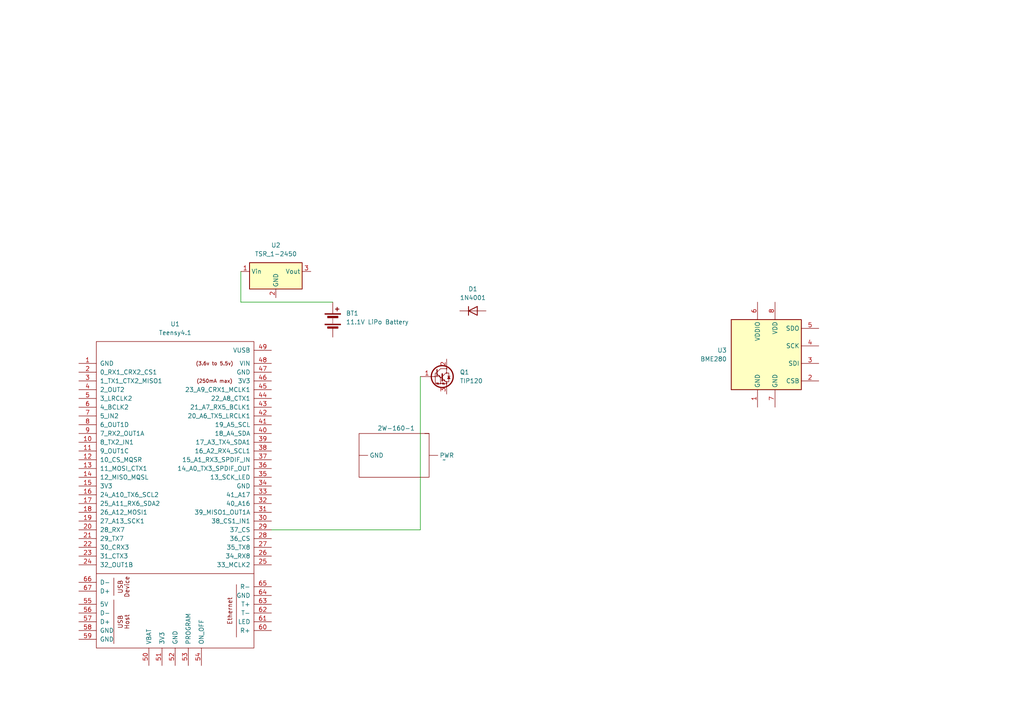
<source format=kicad_sch>
(kicad_sch (version 20231120) (generator "eeschema") (generator_version "8.0")
  (paper "A4")
  (lib_symbols
    (symbol "2W-160-15_1"
      (property "Reference" "2W-160-15" (at 6.096 18.288 0))
      (symbol "2W-160-15_1_0_1"
        (rectangle (start -10.16 13.97) (end 10.16 1.27))
        (rectangle (start 10.16 13.97) (end 8.89 13.97))
      )
      (symbol "2W-160-15_1_1_1"
        (pin power_out line (at -10.16 7.62 0) (length 2.54) (name "GND") (number ""))
        (pin power_in line (at 10.16 7.62 0) (length 2.54) (name "PWR") (number ""))
      )
    )
    (symbol "Device:Battery" (pin_numbers hide) (pin_names (offset 0) hide)
      (property "Reference" "BT" (at 2.54 2.54 0))
      (property "Value" "Battery" (at 2.54 0 0))
      (symbol "Battery_0_1"
        (rectangle (start -2.286 -1.27) (end 2.286 -1.524) (fill (type outline)))
        (rectangle (start -2.286 1.778) (end 2.286 1.524) (fill (type outline)))
        (rectangle (start -1.524 -2.032) (end 1.524 -2.54) (fill (type outline)))
        (rectangle (start -1.524 1.016) (end 1.524 0.508) (fill (type outline)))
        (polyline (pts (xy 0 -1.016) (xy 0 -0.762)))
        (polyline (pts (xy 0 -0.508) (xy 0 -0.254)))
        (polyline (pts (xy 0 0) (xy 0 0.254)))
        (polyline (pts (xy 0 1.778) (xy 0 2.54)))
        (polyline (pts (xy 0.762 3.048) (xy 1.778 3.048)) (stroke (width 0.254)))
        (polyline (pts (xy 1.27 3.556) (xy 1.27 2.54)) (stroke (width 0.254)))
      )
      (symbol "Battery_1_1"
        (pin passive line (at 0 5.08 270) (length 2.54) (name "+") (number "1"))
        (pin passive line (at 0 -5.08 90) (length 2.54) (name "-") (number "2"))
      )
    )
    (symbol "Diode:1N4001" (pin_numbers hide) (pin_names hide)
      (property "Reference" "D" (at 0 2.54 0))
      (property "Value" "1N4001" (at 0 -2.54 0))
      (symbol "1N4001_0_1"
        (polyline (pts (xy -1.27 1.27) (xy -1.27 -1.27)) (stroke (width 0.254)))
        (polyline (pts (xy 1.27 0) (xy -1.27 0)))
        (polyline (pts (xy 1.27 1.27) (xy 1.27 -1.27) (xy -1.27 0) (xy 1.27 1.27)) (stroke (width 0.254)))
      )
      (symbol "1N4001_1_1"
        (pin passive line (at -3.81 0 0) (length 2.54) (name "K") (number "1"))
        (pin passive line (at 3.81 0 180) (length 2.54) (name "A") (number "2"))
      )
    )
    (symbol "Regulator_Switching:TSR_1-2450"
      (property "Reference" "U" (at -7.62 6.35 0))
      (property "Value" "TSR_1-2450" (at -1.27 6.35 0))
      (symbol "TSR_1-2450_0_1"
        (rectangle (start -7.62 5.08) (end 7.62 -2.54) (stroke (width 0.254)) (fill (type background)))
      )
      (symbol "TSR_1-2450_1_1"
        (pin power_in line (at -10.16 2.54 0) (length 2.54) (name "Vin") (number "1"))
        (pin power_in line (at 0 -5.08 90) (length 2.54) (name "GND") (number "2"))
        (pin power_out line (at 10.16 2.54 180) (length 2.54) (name "Vout") (number "3"))
      )
    )
    (symbol "Sensor:BME280"
      (property "Reference" "U" (at -8.89 11.43 0))
      (property "Value" "BME280" (at 7.62 11.43 0))
      (symbol "BME280_0_1"
        (rectangle (start -10.16 10.16) (end 10.16 -10.16) (stroke (width 0.254)) (fill (type background)))
      )
      (symbol "BME280_1_1"
        (pin power_in line (at -2.54 -15.24 90) (length 5.08) (name "GND") (number "1"))
        (pin input line (at 15.24 -7.62 180) (length 5.08) (name "CSB") (number "2"))
        (pin bidirectional line (at 15.24 -2.54 180) (length 5.08) (name "SDI") (number "3"))
        (pin input line (at 15.24 2.54 180) (length 5.08) (name "SCK") (number "4"))
        (pin bidirectional line (at 15.24 7.62 180) (length 5.08) (name "SDO") (number "5"))
        (pin power_in line (at -2.54 15.24 270) (length 5.08) (name "VDDIO") (number "6"))
        (pin power_in line (at 2.54 -15.24 90) (length 5.08) (name "GND") (number "7"))
        (pin power_in line (at 2.54 15.24 270) (length 5.08) (name "VDD") (number "8"))
      )
    )
    (symbol "Transistor_BJT:TIP120" (pin_names (offset 0) hide)
      (property "Reference" "Q" (at 5.08 1.905 0))
      (property "Value" "TIP120" (at 5.08 0 0))
      (symbol "TIP120_0_1"
        (circle (center -0.762 0) (radius 0.127))
        (polyline (pts (xy -1.27 0) (xy -0.889 0)))
        (polyline (pts (xy 2.54 -2.032) (xy 2.54 -2.54)))
        (polyline (pts (xy 2.54 -1.524) (xy 3.175 -1.524)))
        (polyline (pts (xy 2.794 0.127) (xy 3.556 0.127)))
        (polyline (pts (xy 3.175 -0.635) (xy 3.175 -1.524)))
        (polyline (pts (xy 3.175 1.016) (xy 2.54 1.016)))
        (polyline (pts (xy 3.175 1.016) (xy 3.175 0.127)))
        (polyline (pts (xy -0.254 0.762) (xy 0.762 -0.254) (xy 1.27 -0.254)))
        (polyline (pts (xy -0.254 1.016) (xy -0.762 1.016) (xy -0.762 -2.032)))
        (polyline (pts (xy -0.254 1.27) (xy 0.762 2.286) (xy 2.54 2.286)))
        (polyline (pts (xy -0.254 2.032) (xy -0.254 0) (xy -0.254 0)) (stroke (width 0.3048)))
        (polyline (pts (xy 1.27 0.762) (xy 1.27 -1.27) (xy 1.27 -1.27)) (stroke (width 0.381)))
        (polyline (pts (xy 0.635 -0.127) (xy 0.381 0.381) (xy 0.127 0.127) (xy 0.635 -0.127)))
        (polyline (pts (xy 1.27 -0.508) (xy 2.286 -1.524) (xy 2.54 -1.524) (xy 2.54 -2.032)))
        (polyline (pts (xy 1.27 0) (xy 2.286 1.016) (xy 2.54 1.016) (xy 2.54 2.286)))
        (polyline (pts (xy 2.159 -1.397) (xy 1.905 -0.889) (xy 1.651 -1.143) (xy 2.159 -1.397)))
        (polyline (pts (xy 3.175 0.127) (xy 2.794 -0.635) (xy 3.556 -0.635) (xy 3.175 0.127)) (fill (type outline)))
        (polyline (pts (xy 0.762 -2.032) (xy 0.381 -2.032) (xy 0.254 -2.286) (xy 0.127 -1.778) (xy 0 -2.286) (xy -0.127 -1.778) (xy -0.254 -2.286) (xy -0.381 -1.778) (xy -0.508 -2.032) (xy -0.762 -2.032)))
        (polyline (pts (xy 0.762 -0.254) (xy 0.762 -2.032) (xy 1.143 -2.032) (xy 1.27 -1.778) (xy 1.397 -2.286) (xy 1.524 -1.778) (xy 1.651 -2.286) (xy 1.778 -1.778) (xy 1.905 -2.286) (xy 2.032 -2.032) (xy 2.54 -2.032)))
        (circle (center 0.762 -2.032) (radius 0.127))
        (circle (center 0.762 -0.254) (radius 0.127))
        (circle (center 1.27 0) (radius 3.175) (stroke (width 0.3556)))
        (circle (center 2.54 -2.032) (radius 0.127))
        (circle (center 2.54 -1.524) (radius 0.127))
        (circle (center 2.54 1.016) (radius 0.127))
        (circle (center 2.54 2.286) (radius 0.127))
      )
      (symbol "TIP120_1_1"
        (pin input line (at -5.08 0 0) (length 3.81) (name "B") (number "1"))
        (pin passive line (at 2.54 5.08 270) (length 2.667) (name "C") (number "2"))
        (pin passive line (at 2.54 -5.08 90) (length 2.54) (name "E") (number "3"))
      )
    )
    (symbol "teensy:Teensy4.1" (pin_names (offset 1.016))
      (property "Reference" "U" (at 0 64.77 0))
      (property "Value" "Teensy4.1" (at 0 62.23 0))
      (symbol "Teensy4.1_0_0"
        (polyline (pts (xy -22.86 -6.35) (xy 22.86 -6.35)))
        (polyline (pts (xy -17.78 -26.67) (xy -17.78 -13.97)))
        (polyline (pts (xy -17.78 -7.62) (xy -17.78 -12.7)))
        (polyline (pts (xy 17.78 -9.525) (xy 17.78 -24.765)))
        (text "(250mA max)" (at 11.43 49.53 0) (effects (font (size 1.016 1.016))))
        (text "(3.6v to 5.5v)" (at 11.43 54.61 0) (effects (font (size 1.016 1.016))))
        (text "Device" (at -13.97 -10.16 900) (effects (font (size 1.27 1.27))))
        (text "Ethernet" (at 15.875 -17.145 900) (effects (font (size 1.27 1.27))))
        (text "Host" (at -13.97 -20.32 900) (effects (font (size 1.27 1.27))))
        (text "USB" (at -15.875 -20.32 900) (effects (font (size 1.27 1.27))))
        (text "USB" (at -15.875 -10.16 900) (effects (font (size 1.27 1.27))))
        (pin bidirectional line (at -27.94 31.75 0) (length 5.08) (name "8_TX2_IN1") (number "10"))
        (pin bidirectional line (at -27.94 29.21 0) (length 5.08) (name "9_OUT1C") (number "11"))
        (pin bidirectional line (at -27.94 26.67 0) (length 5.08) (name "10_CS_MQSR") (number "12"))
        (pin bidirectional line (at -27.94 24.13 0) (length 5.08) (name "11_MOSI_CTX1") (number "13"))
        (pin bidirectional line (at -27.94 21.59 0) (length 5.08) (name "12_MISO_MQSL") (number "14"))
        (pin power_in line (at -27.94 19.05 0) (length 5.08) (name "3V3") (number "15"))
        (pin bidirectional line (at -27.94 16.51 0) (length 5.08) (name "24_A10_TX6_SCL2") (number "16"))
        (pin bidirectional line (at -27.94 13.97 0) (length 5.08) (name "25_A11_RX6_SDA2") (number "17"))
        (pin bidirectional line (at -27.94 11.43 0) (length 5.08) (name "26_A12_MOSI1") (number "18"))
        (pin bidirectional line (at -27.94 8.89 0) (length 5.08) (name "27_A13_SCK1") (number "19"))
        (pin bidirectional line (at -27.94 6.35 0) (length 5.08) (name "28_RX7") (number "20"))
        (pin bidirectional line (at -27.94 3.81 0) (length 5.08) (name "29_TX7") (number "21"))
        (pin bidirectional line (at -27.94 1.27 0) (length 5.08) (name "30_CRX3") (number "22"))
        (pin bidirectional line (at -27.94 -1.27 0) (length 5.08) (name "31_CTX3") (number "23"))
        (pin bidirectional line (at -27.94 -3.81 0) (length 5.08) (name "32_OUT1B") (number "24"))
        (pin bidirectional line (at 27.94 -3.81 180) (length 5.08) (name "33_MCLK2") (number "25"))
        (pin bidirectional line (at 27.94 -1.27 180) (length 5.08) (name "34_RX8") (number "26"))
        (pin bidirectional line (at 27.94 1.27 180) (length 5.08) (name "35_TX8") (number "27"))
        (pin bidirectional line (at 27.94 3.81 180) (length 5.08) (name "36_CS") (number "28"))
        (pin bidirectional line (at 27.94 6.35 180) (length 5.08) (name "37_CS") (number "29"))
        (pin bidirectional line (at 27.94 8.89 180) (length 5.08) (name "38_CS1_IN1") (number "30"))
        (pin bidirectional line (at 27.94 11.43 180) (length 5.08) (name "39_MISO1_OUT1A") (number "31"))
        (pin bidirectional line (at 27.94 13.97 180) (length 5.08) (name "40_A16") (number "32"))
        (pin bidirectional line (at 27.94 16.51 180) (length 5.08) (name "41_A17") (number "33"))
        (pin bidirectional line (at 27.94 21.59 180) (length 5.08) (name "13_SCK_LED") (number "35"))
        (pin bidirectional line (at 27.94 24.13 180) (length 5.08) (name "14_A0_TX3_SPDIF_OUT") (number "36"))
        (pin bidirectional line (at 27.94 26.67 180) (length 5.08) (name "15_A1_RX3_SPDIF_IN") (number "37"))
        (pin bidirectional line (at 27.94 29.21 180) (length 5.08) (name "16_A2_RX4_SCL1") (number "38"))
        (pin bidirectional line (at 27.94 31.75 180) (length 5.08) (name "17_A3_TX4_SDA1") (number "39"))
        (pin bidirectional line (at 27.94 34.29 180) (length 5.08) (name "18_A4_SDA") (number "40"))
        (pin bidirectional line (at 27.94 36.83 180) (length 5.08) (name "19_A5_SCL") (number "41"))
        (pin bidirectional line (at 27.94 39.37 180) (length 5.08) (name "20_A6_TX5_LRCLK1") (number "42"))
        (pin bidirectional line (at 27.94 41.91 180) (length 5.08) (name "21_A7_RX5_BCLK1") (number "43"))
        (pin bidirectional line (at 27.94 44.45 180) (length 5.08) (name "22_A8_CTX1") (number "44"))
        (pin bidirectional line (at 27.94 46.99 180) (length 5.08) (name "23_A9_CRX1_MCLK1") (number "45"))
        (pin output line (at 27.94 49.53 180) (length 5.08) (name "3V3") (number "46"))
        (pin output line (at 27.94 52.07 180) (length 5.08) (name "GND") (number "47"))
        (pin power_in line (at 27.94 54.61 180) (length 5.08) (name "VIN") (number "48"))
        (pin power_out line (at 27.94 58.42 180) (length 5.08) (name "VUSB") (number "49"))
        (pin bidirectional line (at -27.94 44.45 0) (length 5.08) (name "3_LRCLK2") (number "5"))
        (pin power_in line (at -7.62 -33.02 90) (length 5.08) (name "VBAT") (number "50"))
        (pin power_in line (at -3.81 -33.02 90) (length 5.08) (name "3V3") (number "51"))
        (pin input line (at 0 -33.02 90) (length 5.08) (name "GND") (number "52"))
        (pin input line (at 3.81 -33.02 90) (length 5.08) (name "PROGRAM") (number "53"))
        (pin input line (at 7.62 -33.02 90) (length 5.08) (name "ON_OFF") (number "54"))
        (pin power_out line (at -27.94 -15.24 0) (length 5.08) (name "5V") (number "55"))
        (pin bidirectional line (at -27.94 -17.78 0) (length 5.08) (name "D-") (number "56"))
        (pin bidirectional line (at -27.94 -20.32 0) (length 5.08) (name "D+") (number "57"))
        (pin power_in line (at -27.94 -22.86 0) (length 5.08) (name "GND") (number "58"))
        (pin power_in line (at -27.94 -25.4 0) (length 5.08) (name "GND") (number "59"))
        (pin bidirectional line (at -27.94 41.91 0) (length 5.08) (name "4_BCLK2") (number "6"))
        (pin bidirectional line (at 27.94 -22.86 180) (length 5.08) (name "R+") (number "60"))
        (pin bidirectional line (at 27.94 -20.32 180) (length 5.08) (name "LED") (number "61"))
        (pin bidirectional line (at 27.94 -17.78 180) (length 5.08) (name "T-") (number "62"))
        (pin bidirectional line (at 27.94 -15.24 180) (length 5.08) (name "T+") (number "63"))
        (pin power_in line (at 27.94 -12.7 180) (length 5.08) (name "GND") (number "64"))
        (pin bidirectional line (at 27.94 -10.16 180) (length 5.08) (name "R-") (number "65"))
        (pin bidirectional line (at -27.94 -8.89 0) (length 5.08) (name "D-") (number "66"))
        (pin bidirectional line (at -27.94 -11.43 0) (length 5.08) (name "D+") (number "67"))
        (pin bidirectional line (at -27.94 39.37 0) (length 5.08) (name "5_IN2") (number "7"))
        (pin bidirectional line (at -27.94 36.83 0) (length 5.08) (name "6_OUT1D") (number "8"))
        (pin bidirectional line (at -27.94 34.29 0) (length 5.08) (name "7_RX2_OUT1A") (number "9"))
      )
      (symbol "Teensy4.1_0_1"
        (rectangle (start -22.86 60.96) (end 22.86 -27.94))
        (rectangle (start -20.32 -1.27) (end -20.32 -1.27))
      )
      (symbol "Teensy4.1_1_1"
        (pin power_in line (at -27.94 54.61 0) (length 5.08) (name "GND") (number "1"))
        (pin bidirectional line (at -27.94 52.07 0) (length 5.08) (name "0_RX1_CRX2_CS1") (number "2"))
        (pin bidirectional line (at -27.94 49.53 0) (length 5.08) (name "1_TX1_CTX2_MISO1") (number "3"))
        (pin power_in line (at 27.94 19.05 180) (length 5.08) (name "GND") (number "34"))
        (pin bidirectional line (at -27.94 46.99 0) (length 5.08) (name "2_OUT2") (number "4"))
      )
    )
  )
  (wire (pts (xy 78.74 153.67) (xy 121.92 153.67)))
  (wire (pts (xy 69.85 78.74) (xy 69.85 87.63)))
  (wire (pts (xy 121.92 153.67) (xy 121.92 109.22)))
  (wire (pts (xy 69.85 87.63) (xy 96.52 87.63)))
  (symbol (lib_name "2W-160-15_1") (lib_id "GRS_Valve:2W-160-15") (at 114.3 139.7 0) (unit 1)
    (property "Reference" "2W-160-1" (at 109.474 124.206 0) (effects (justify left)))
    (property "Value" "~" (at 128.27 133.35 0) (effects (justify left)))
  )
  (symbol (lib_id "teensy:Teensy4.1") (at 50.8 160.02 0) (unit 1)
    (property "Reference" "U1" (at 50.8 93.98 0))
    (property "Value" "Teensy4.1" (at 50.8 96.52 0))
  )
  (symbol (lib_id "Diode:1N4001") (at 137.16 90.17 0) (unit 1)
    (property "Reference" "D1" (at 137.16 83.82 0))
    (property "Value" "1N4001" (at 137.16 86.36 0))
    (property "Footprint" "Diode_THT:D_DO-41_SOD81_P10.16mm_Horizontal" (effects (hide yes)))
    (property "Datasheet" "http://www.vishay.com/docs/88503/1n4001.pdf" (effects (hide yes)))
    (property "Description" "50V 1A General Purpose Rectifier Diode, DO-41" (effects (hide yes)))
    (property "Sim.Device" "D" (effects (hide yes)))
    (property "Sim.Pins" "1=K 2=A" (effects (hide yes)))
  )
  (symbol (lib_id "Sensor:BME280") (at 222.25 102.87 0) (unit 1)
    (property "Reference" "U3" (at 210.82 101.5999 0) (effects (justify right)))
    (property "Value" "BME280" (at 210.82 104.1399 0) (effects (justify right)))
    (property "Footprint" "Package_LGA:Bosch_LGA-8_2.5x2.5mm_P0.65mm_ClockwisePinNumbering" (effects (hide yes)))
    (property "Datasheet" "https://www.bosch-sensortec.com/media/boschsensortec/downloads/datasheets/bst-bme280-ds002.pdf" (effects (hide yes)))
    (property "Description" "3-in-1 sensor, humidity, pressure, temperature, I2C and SPI interface, 1.71-3.6V, LGA-8" (effects (hide yes)))
  )
  (symbol (lib_id "Device:Battery") (at 96.52 92.71 0) (unit 1)
    (property "Reference" "BT1" (at 100.33 90.8684 0) (effects (justify left)))
    (property "Value" "11.1V LiPo Battery" (at 100.33 93.4084 0) (effects (justify left)))
    (property "Description" "Multiple-cell battery" (effects (hide yes)))
  )
  (symbol (lib_id "Transistor_BJT:TIP120") (at 127 109.22 0) (unit 1)
    (property "Reference" "Q1" (at 133.35 107.9499 0) (effects (justify left)))
    (property "Value" "TIP120" (at 133.35 110.4899 0) (effects (justify left)))
    (property "Footprint" "Package_TO_SOT_THT:TO-220-3_Vertical" (effects (hide yes)))
    (property "Datasheet" "https://www.onsemi.com/pub/Collateral/TIP120-D.PDF" (effects (hide yes)))
    (property "Description" "5A Ic, 60V Vce, Silicon Darlington Power NPN Transistor, TO-220" (effects (hide yes)))
  )
  (symbol (lib_id "Regulator_Switching:TSR_1-2450") (at 80.01 81.28 0) (unit 1)
    (property "Reference" "U2" (at 80.01 71.12 0))
    (property "Value" "TSR_1-2450" (at 80.01 73.66 0))
    (property "Footprint" "Converter_DCDC:Converter_DCDC_TRACO_TSR-1_THT" (effects (hide yes)))
    (property "Datasheet" "http://www.tracopower.com/products/tsr1.pdf" (effects (hide yes)))
    (property "Description" "1A step-down regulator module, fixed 5V output voltage, 5-36V input voltage, -40°C to +85°C temperature range, TO-220 compatible LM78xx replacement" (effects (hide yes)))
  )
)
</source>
